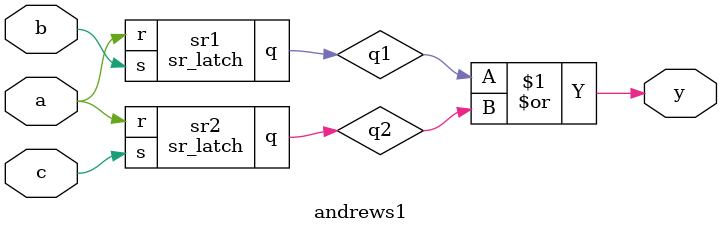
<source format=v>
module sr_latch(q, s, r);

   input  s, r;
   output q;
   wire   p;

   nor(q, r, p);
   nor(p, q, s);

endmodule

module andrews1(y, a, b, c);

   output y;
   input  a, b, c;
   wire   q1, q2;

   sr_latch sr1(q1, b, a);
   sr_latch sr2(q2, c, a);
   or(y, q1, q2);

endmodule

</source>
